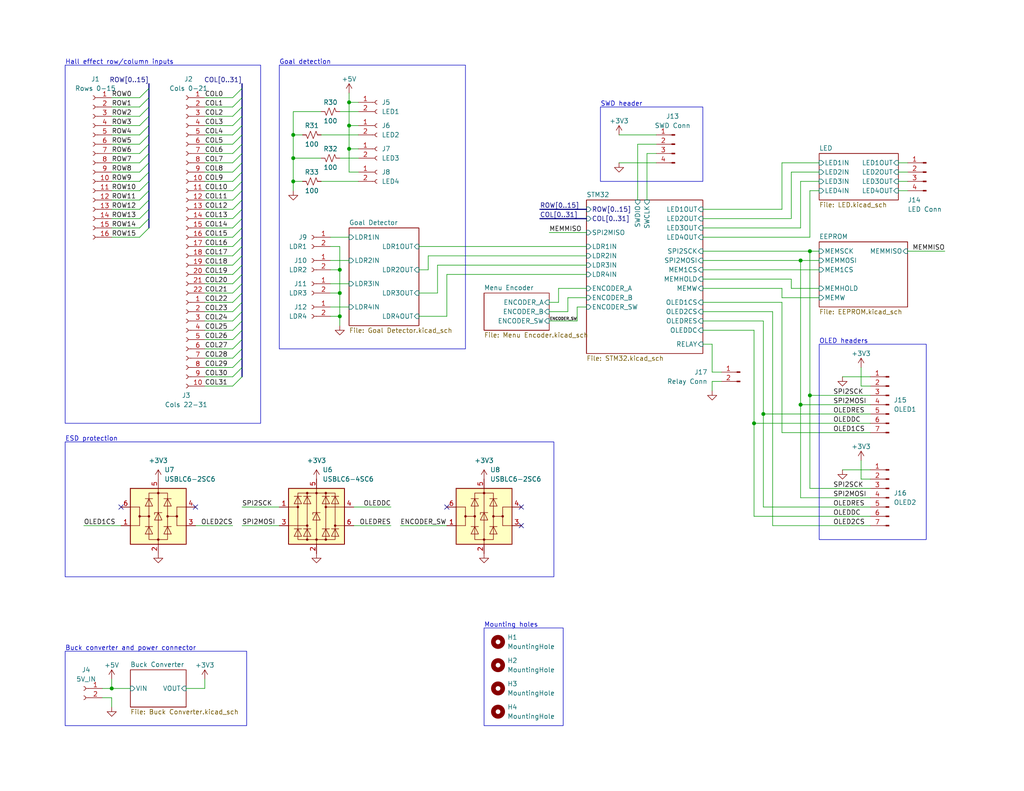
<source format=kicad_sch>
(kicad_sch (version 20230121) (generator eeschema)
  (paper "USLetter")
  (title_block (title "Smart Air Hockey Table Master PCB") (date "2023-11-06") (rev "C") (company "ECE 477"))
  (lib_symbols
    (symbol "Connector:Conn_01x02_Pin" (pin_names (offset 1.016) hide)
      (property "Reference" "J" (at 0 2.54 0))
      (property "Value" "Conn_01x02_Pin" (at 0 -5.08 0))
      (symbol "Conn_01x02_Pin_1_1"
        (pin passive line (at 5.08 0 180) (length 3.81) (name "Pin_1") (number "1"))
        (pin passive line (at 5.08 -2.54 180) (length 3.81) (name "Pin_2") (number "2"))
      )
    )
    (symbol "Connector:Conn_01x02_Socket" (pin_names (offset 1.016) hide)
      (property "Reference" "J" (at 0 2.54 0))
      (property "Value" "Conn_01x02_Socket" (at 0 -5.08 0))
      (symbol "Conn_01x02_Socket_1_1"
        (pin passive line (at -5.08 0 0) (length 3.81) (name "Pin_1") (number "1"))
        (pin passive line (at -5.08 -2.54 0) (length 3.81) (name "Pin_2") (number "2"))
      )
    )
    (symbol "Connector:Conn_01x04_Pin" (pin_names (offset 1.016) hide)
      (property "Reference" "J" (at 0 5.08 0))
      (property "Value" "Conn_01x04_Pin" (at 0 -7.62 0))
      (symbol "Conn_01x04_Pin_1_1"
        (pin passive line (at 5.08 2.54 180) (length 3.81) (name "Pin_1") (number "1"))
        (pin passive line (at 5.08 0 180) (length 3.81) (name "Pin_2") (number "2"))
        (pin passive line (at 5.08 -2.54 180) (length 3.81) (name "Pin_3") (number "3"))
        (pin passive line (at 5.08 -5.08 180) (length 3.81) (name "Pin_4") (number "4"))
      )
    )
    (symbol "Connector:Conn_01x07_Pin" (pin_names (offset 1.016) hide)
      (property "Reference" "J" (at 0 10.16 0))
      (property "Value" "Conn_01x07_Pin" (at 0 -10.16 0))
      (symbol "Conn_01x07_Pin_1_1"
        (pin passive line (at 5.08 7.62 180) (length 3.81) (name "Pin_1") (number "1"))
        (pin passive line (at 5.08 5.08 180) (length 3.81) (name "Pin_2") (number "2"))
        (pin passive line (at 5.08 2.54 180) (length 3.81) (name "Pin_3") (number "3"))
        (pin passive line (at 5.08 0 180) (length 3.81) (name "Pin_4") (number "4"))
        (pin passive line (at 5.08 -2.54 180) (length 3.81) (name "Pin_5") (number "5"))
        (pin passive line (at 5.08 -5.08 180) (length 3.81) (name "Pin_6") (number "6"))
        (pin passive line (at 5.08 -7.62 180) (length 3.81) (name "Pin_7") (number "7"))
      )
    )
    (symbol "Connector:Conn_01x10_Socket" (pin_names (offset 1.016) hide)
      (property "Reference" "J" (at 0 12.7 0))
      (property "Value" "Conn_01x10_Socket" (at 0 -15.24 0))
      (symbol "Conn_01x10_Socket_1_1"
        (pin passive line (at -5.08 10.16 0) (length 3.81) (name "Pin_1") (number "1"))
        (pin passive line (at -5.08 -12.7 0) (length 3.81) (name "Pin_10") (number "10"))
        (pin passive line (at -5.08 7.62 0) (length 3.81) (name "Pin_2") (number "2"))
        (pin passive line (at -5.08 5.08 0) (length 3.81) (name "Pin_3") (number "3"))
        (pin passive line (at -5.08 2.54 0) (length 3.81) (name "Pin_4") (number "4"))
        (pin passive line (at -5.08 0 0) (length 3.81) (name "Pin_5") (number "5"))
        (pin passive line (at -5.08 -2.54 0) (length 3.81) (name "Pin_6") (number "6"))
        (pin passive line (at -5.08 -5.08 0) (length 3.81) (name "Pin_7") (number "7"))
        (pin passive line (at -5.08 -7.62 0) (length 3.81) (name "Pin_8") (number "8"))
        (pin passive line (at -5.08 -10.16 0) (length 3.81) (name "Pin_9") (number "9"))
      )
    )
    (symbol "Connector:Conn_01x16_Socket" (pin_names (offset 1.016) hide)
      (property "Reference" "J" (at 0 20.32 0))
      (property "Value" "Conn_01x16_Socket" (at 0 -22.86 0))
      (symbol "Conn_01x16_Socket_1_1"
        (pin passive line (at -5.08 17.78 0) (length 3.81) (name "Pin_1") (number "1"))
        (pin passive line (at -5.08 -5.08 0) (length 3.81) (name "Pin_10") (number "10"))
        (pin passive line (at -5.08 -7.62 0) (length 3.81) (name "Pin_11") (number "11"))
        (pin passive line (at -5.08 -10.16 0) (length 3.81) (name "Pin_12") (number "12"))
        (pin passive line (at -5.08 -12.7 0) (length 3.81) (name "Pin_13") (number "13"))
        (pin passive line (at -5.08 -15.24 0) (length 3.81) (name "Pin_14") (number "14"))
        (pin passive line (at -5.08 -17.78 0) (length 3.81) (name "Pin_15") (number "15"))
        (pin passive line (at -5.08 -20.32 0) (length 3.81) (name "Pin_16") (number "16"))
        (pin passive line (at -5.08 15.24 0) (length 3.81) (name "Pin_2") (number "2"))
        (pin passive line (at -5.08 12.7 0) (length 3.81) (name "Pin_3") (number "3"))
        (pin passive line (at -5.08 10.16 0) (length 3.81) (name "Pin_4") (number "4"))
        (pin passive line (at -5.08 7.62 0) (length 3.81) (name "Pin_5") (number "5"))
        (pin passive line (at -5.08 5.08 0) (length 3.81) (name "Pin_6") (number "6"))
        (pin passive line (at -5.08 2.54 0) (length 3.81) (name "Pin_7") (number "7"))
        (pin passive line (at -5.08 0 0) (length 3.81) (name "Pin_8") (number "8"))
        (pin passive line (at -5.08 -2.54 0) (length 3.81) (name "Pin_9") (number "9"))
      )
    )
    (symbol "Connector:Conn_01x22_Socket" (pin_names (offset 1.016) hide)
      (property "Reference" "J" (at 0 27.94 0))
      (property "Value" "Conn_01x22_Socket" (at 0 -30.48 0))
      (symbol "Conn_01x22_Socket_1_1"
        (pin passive line (at -5.08 25.4 0) (length 3.81) (name "Pin_1") (number "1"))
        (pin passive line (at -5.08 2.54 0) (length 3.81) (name "Pin_10") (number "10"))
        (pin passive line (at -5.08 0 0) (length 3.81) (name "Pin_11") (number "11"))
        (pin passive line (at -5.08 -2.54 0) (length 3.81) (name "Pin_12") (number "12"))
        (pin passive line (at -5.08 -5.08 0) (length 3.81) (name "Pin_13") (number "13"))
        (pin passive line (at -5.08 -7.62 0) (length 3.81) (name "Pin_14") (number "14"))
        (pin passive line (at -5.08 -10.16 0) (length 3.81) (name "Pin_15") (number "15"))
        (pin passive line (at -5.08 -12.7 0) (length 3.81) (name "Pin_16") (number "16"))
        (pin passive line (at -5.08 -15.24 0) (length 3.81) (name "Pin_17") (number "17"))
        (pin passive line (at -5.08 -17.78 0) (length 3.81) (name "Pin_18") (number "18"))
        (pin passive line (at -5.08 -20.32 0) (length 3.81) (name "Pin_19") (number "19"))
        (pin passive line (at -5.08 22.86 0) (length 3.81) (name "Pin_2") (number "2"))
        (pin passive line (at -5.08 -22.86 0) (length 3.81) (name "Pin_20") (number "20"))
        (pin passive line (at -5.08 -25.4 0) (length 3.81) (name "Pin_21") (number "21"))
        (pin passive line (at -5.08 -27.94 0) (length 3.81) (name "Pin_22") (number "22"))
        (pin passive line (at -5.08 20.32 0) (length 3.81) (name "Pin_3") (number "3"))
        (pin passive line (at -5.08 17.78 0) (length 3.81) (name "Pin_4") (number "4"))
        (pin passive line (at -5.08 15.24 0) (length 3.81) (name "Pin_5") (number "5"))
        (pin passive line (at -5.08 12.7 0) (length 3.81) (name "Pin_6") (number "6"))
        (pin passive line (at -5.08 10.16 0) (length 3.81) (name "Pin_7") (number "7"))
        (pin passive line (at -5.08 7.62 0) (length 3.81) (name "Pin_8") (number "8"))
        (pin passive line (at -5.08 5.08 0) (length 3.81) (name "Pin_9") (number "9"))
      )
    )
    (symbol "Device:R_Small_US" (pin_numbers hide) (pin_names (offset 0.254) hide)
      (property "Reference" "R" (at 0.762 0.508 0))
      (property "Value" "R_Small_US" (at 0.762 -1.016 0))
      (symbol "R_Small_US_1_1"
        (pin passive line (at 0 2.54 270) (length 1.016) (name "~") (number "1"))
        (pin passive line (at 0 -2.54 90) (length 1.016) (name "~") (number "2"))
      )
    )
    (symbol "Mechanical:MountingHole" (pin_names (offset 1.016))
      (property "Reference" "H" (at 0 5.08 0))
      (property "Value" "MountingHole" (at 0 3.175 0))
    )
    (symbol "Power_Protection:USBLC6-2SC6" (pin_names hide)
      (property "Reference" "U" (at 2.54 8.89 0))
      (property "Value" "USBLC6-2SC6" (at 2.54 -8.89 0))
      (symbol "USBLC6-2SC6_1_1"
        (pin passive line (at -10.16 -2.54 0) (length 2.54) (name "I/O1") (number "1"))
        (pin passive line (at 0 -10.16 90) (length 2.54) (name "GND") (number "2"))
        (pin passive line (at 10.16 -2.54 180) (length 2.54) (name "I/O2") (number "3"))
        (pin passive line (at 10.16 2.54 180) (length 2.54) (name "I/O2") (number "4"))
        (pin passive line (at 0 10.16 270) (length 2.54) (name "VBUS") (number "5"))
        (pin passive line (at -10.16 2.54 0) (length 2.54) (name "I/O1") (number "6"))
      )
    )
    (symbol "Power_Protection:USBLC6-4SC6" (pin_names hide)
      (property "Reference" "U" (at 2.54 8.89 0))
      (property "Value" "USBLC6-4SC6" (at 2.54 -8.89 0))
      (symbol "USBLC6-4SC6_1_1"
        (pin passive line (at -10.16 2.54 0) (length 2.54) (name "I/O1") (number "1"))
        (pin passive line (at 0 -10.16 90) (length 2.54) (name "GND") (number "2"))
        (pin passive line (at -10.16 -2.54 0) (length 2.54) (name "I/O2") (number "3"))
        (pin passive line (at 10.16 2.54 180) (length 2.54) (name "I/O3") (number "4"))
        (pin passive line (at 0 10.16 270) (length 2.54) (name "VBUS") (number "5"))
        (pin passive line (at 10.16 -2.54 180) (length 2.54) (name "I/O4") (number "6"))
      )
    )
    (symbol "power:+3V3" (power) (pin_names (offset 0))
      (property "Value" "+3V3" (at 0 3.556 0))
      (symbol "+3V3_1_1"
        (pin power_in line (at 0 0 90) (length 0) hide (name "+3V3") (number "1"))
      )
    )
    (symbol "power:+5V" (power) (pin_names (offset 0))
      (property "Value" "+5V" (at 0 3.556 0))
      (symbol "+5V_1_1"
        (pin power_in line (at 0 0 90) (length 0) hide (name "+5V") (number "1"))
      )
    )
    (symbol "power:GND" (power) (pin_names (offset 0))
      (property "Value" "GND" (at 0 -3.81 0))
      (symbol "GND_1_1"
        (pin power_in line (at 0 0 270) (length 0) hide (name "GND") (number "1"))
      )
    )
  )
  (junction (at 208.28 113.03))
  (junction (at 92.71 73.66))
  (junction (at 80.01 36.83))
  (junction (at 218.44 71.12))
  (junction (at 95.25 40.64))
  (junction (at 92.71 86.36))
  (junction (at 220.98 68.58))
  (junction (at 95.25 27.94))
  (junction (at 80.01 49.53))
  (junction (at 80.01 43.18))
  (junction (at 92.71 80.01))
  (junction (at 218.44 110.49))
  (junction (at 220.98 107.95))
  (junction (at 95.25 34.29))
  (junction (at 30.48 187.96))
  (junction (at 205.74 115.57))
  (no_connect (at 121.92 138.43))
  (no_connect (at 53.34 138.43))
  (no_connect (at 142.24 143.51))
  (no_connect (at 33.02 138.43))
  (no_connect (at 142.24 138.43))
  (bus_entry (at 66.04 77.47) (size -2.54 2.54))
  (bus_entry (at 66.04 82.55) (size -2.54 2.54))
  (bus_entry (at 66.04 69.85) (size -2.54 2.54))
  (bus_entry (at 66.04 31.75) (size -2.54 2.54))
  (bus_entry (at 66.04 62.23) (size -2.54 2.54))
  (bus_entry (at 40.64 24.13) (size -2.54 2.54))
  (bus_entry (at 66.04 41.91) (size -2.54 2.54))
  (bus_entry (at 40.64 52.07) (size -2.54 2.54))
  (bus_entry (at 40.64 39.37) (size -2.54 2.54))
  (bus_entry (at 40.64 29.21) (size -2.54 2.54))
  (bus_entry (at 40.64 36.83) (size -2.54 2.54))
  (bus_entry (at 66.04 49.53) (size -2.54 2.54))
  (bus_entry (at 66.04 36.83) (size -2.54 2.54))
  (bus_entry (at 40.64 62.23) (size -2.54 2.54))
  (bus_entry (at 66.04 39.37) (size -2.54 2.54))
  (bus_entry (at 40.64 59.69) (size -2.54 2.54))
  (bus_entry (at 66.04 64.77) (size -2.54 2.54))
  (bus_entry (at 66.04 46.99) (size -2.54 2.54))
  (bus_entry (at 40.64 54.61) (size -2.54 2.54))
  (bus_entry (at 66.04 24.13) (size -2.54 2.54))
  (bus_entry (at 66.04 102.87) (size -2.54 2.54))
  (bus_entry (at 66.04 29.21) (size -2.54 2.54))
  (bus_entry (at 40.64 26.67) (size -2.54 2.54))
  (bus_entry (at 66.04 72.39) (size -2.54 2.54))
  (bus_entry (at 66.04 67.31) (size -2.54 2.54))
  (bus_entry (at 66.04 59.69) (size -2.54 2.54))
  (bus_entry (at 66.04 90.17) (size -2.54 2.54))
  (bus_entry (at 66.04 34.29) (size -2.54 2.54))
  (bus_entry (at 66.04 92.71) (size -2.54 2.54))
  (bus_entry (at 66.04 26.67) (size -2.54 2.54))
  (bus_entry (at 66.04 54.61) (size -2.54 2.54))
  (bus_entry (at 66.04 57.15) (size -2.54 2.54))
  (bus_entry (at 40.64 44.45) (size -2.54 2.54))
  (bus_entry (at 40.64 57.15) (size -2.54 2.54))
  (bus_entry (at 66.04 44.45) (size -2.54 2.54))
  (bus_entry (at 66.04 85.09) (size -2.54 2.54))
  (bus_entry (at 40.64 31.75) (size -2.54 2.54))
  (bus_entry (at 40.64 41.91) (size -2.54 2.54))
  (bus_entry (at 66.04 97.79) (size -2.54 2.54))
  (bus_entry (at 66.04 100.33) (size -2.54 2.54))
  (bus_entry (at 40.64 49.53) (size -2.54 2.54))
  (bus_entry (at 40.64 46.99) (size -2.54 2.54))
  (bus_entry (at 66.04 87.63) (size -2.54 2.54))
  (bus_entry (at 40.64 34.29) (size -2.54 2.54))
  (bus_entry (at 66.04 80.01) (size -2.54 2.54))
  (bus_entry (at 66.04 52.07) (size -2.54 2.54))
  (bus_entry (at 66.04 74.93) (size -2.54 2.54))
  (bus_entry (at 66.04 95.25) (size -2.54 2.54))
  (bus (pts (xy 66.04 24.13) (xy 66.04 26.67)))
  (wire (pts (xy 223.52 81.28) (xy 213.36 81.28)))
  (wire (pts (xy 149.86 82.55) (xy 152.4 82.55)))
  (bus (pts (xy 40.64 46.99) (xy 40.64 49.53)))
  (wire (pts (xy 218.44 135.89) (xy 218.44 110.49)))
  (bus (pts (xy 40.64 39.37) (xy 40.64 41.91)))
  (bus (pts (xy 66.04 54.61) (xy 66.04 57.15)))
  (wire (pts (xy 208.28 113.03) (xy 237.49 113.03)))
  (wire (pts (xy 55.88 87.63) (xy 63.5 87.63)))
  (wire (pts (xy 114.3 67.31) (xy 160.02 67.31)))
  (wire (pts (xy 55.88 85.09) (xy 63.5 85.09)))
  (wire (pts (xy 66.04 143.51) (xy 76.2 143.51)))
  (bus (pts (xy 66.04 97.79) (xy 66.04 100.33)))
  (wire (pts (xy 173.99 39.37) (xy 173.99 54.61)))
  (wire (pts (xy 55.88 185.42) (xy 55.88 187.96)))
  (wire (pts (xy 218.44 135.89) (xy 237.49 135.89)))
  (wire (pts (xy 247.65 68.58) (xy 257.81 68.58)))
  (wire (pts (xy 55.88 74.93) (xy 63.5 74.93)))
  (wire (pts (xy 30.48 187.96) (xy 35.56 187.96)))
  (wire (pts (xy 208.28 138.43) (xy 237.49 138.43)))
  (wire (pts (xy 87.63 43.18) (xy 80.01 43.18)))
  (wire (pts (xy 218.44 62.23) (xy 218.44 49.53)))
  (wire (pts (xy 234.95 100.33) (xy 234.95 105.41)))
  (wire (pts (xy 191.77 71.12) (xy 218.44 71.12)))
  (wire (pts (xy 149.86 87.63) (xy 157.48 87.63)))
  (wire (pts (xy 55.88 80.01) (xy 63.5 80.01)))
  (wire (pts (xy 176.53 41.91) (xy 176.53 54.61)))
  (bus (pts (xy 40.64 34.29) (xy 40.64 36.83)))
  (wire (pts (xy 80.01 43.18) (xy 80.01 36.83)))
  (wire (pts (xy 30.48 54.61) (xy 38.1 54.61)))
  (bus (pts (xy 40.64 52.07) (xy 40.64 54.61)))
  (wire (pts (xy 116.84 73.66) (xy 116.84 69.85)))
  (bus (pts (xy 40.64 29.21) (xy 40.64 31.75)))
  (wire (pts (xy 154.94 85.09) (xy 154.94 81.28)))
  (wire (pts (xy 90.17 77.47) (xy 95.25 77.47)))
  (bus (pts (xy 66.04 44.45) (xy 66.04 46.99)))
  (wire (pts (xy 95.25 40.64) (xy 97.79 40.64)))
  (bus (pts (xy 66.04 95.25) (xy 66.04 97.79)))
  (wire (pts (xy 97.79 36.83) (xy 87.63 36.83)))
  (wire (pts (xy 213.36 82.55) (xy 213.36 118.11)))
  (wire (pts (xy 50.8 187.96) (xy 55.88 187.96)))
  (bus (pts (xy 147.32 59.69) (xy 160.02 59.69)))
  (wire (pts (xy 229.87 128.27) (xy 237.49 128.27)))
  (wire (pts (xy 55.88 57.15) (xy 63.5 57.15)))
  (bus (pts (xy 66.04 49.53) (xy 66.04 52.07)))
  (bus (pts (xy 66.04 29.21) (xy 66.04 31.75)))
  (wire (pts (xy 55.88 82.55) (xy 63.5 82.55)))
  (wire (pts (xy 55.88 105.41) (xy 63.5 105.41)))
  (wire (pts (xy 149.86 85.09) (xy 154.94 85.09)))
  (wire (pts (xy 220.98 68.58) (xy 223.52 68.58)))
  (wire (pts (xy 90.17 64.77) (xy 95.25 64.77)))
  (wire (pts (xy 234.95 130.81) (xy 237.49 130.81)))
  (wire (pts (xy 194.31 106.68) (xy 194.31 104.14)))
  (bus (pts (xy 66.04 31.75) (xy 66.04 34.29)))
  (wire (pts (xy 80.01 49.53) (xy 80.01 43.18)))
  (wire (pts (xy 119.38 72.39) (xy 160.02 72.39)))
  (wire (pts (xy 210.82 85.09) (xy 210.82 143.51)))
  (bus (pts (xy 66.04 34.29) (xy 66.04 36.83)))
  (wire (pts (xy 30.48 49.53) (xy 38.1 49.53)))
  (bus (pts (xy 66.04 74.93) (xy 66.04 77.47)))
  (wire (pts (xy 55.88 77.47) (xy 63.5 77.47)))
  (wire (pts (xy 213.36 81.28) (xy 213.36 78.74)))
  (wire (pts (xy 215.9 59.69) (xy 215.9 46.99)))
  (wire (pts (xy 220.98 68.58) (xy 220.98 107.95)))
  (wire (pts (xy 205.74 115.57) (xy 205.74 140.97)))
  (wire (pts (xy 95.25 25.4) (xy 95.25 27.94)))
  (wire (pts (xy 208.28 87.63) (xy 208.28 113.03)))
  (wire (pts (xy 55.88 100.33) (xy 63.5 100.33)))
  (wire (pts (xy 30.48 31.75) (xy 38.1 31.75)))
  (wire (pts (xy 116.84 69.85) (xy 160.02 69.85)))
  (wire (pts (xy 114.3 80.01) (xy 119.38 80.01)))
  (bus (pts (xy 40.64 41.91) (xy 40.64 44.45)))
  (wire (pts (xy 218.44 110.49) (xy 237.49 110.49)))
  (wire (pts (xy 30.48 193.04) (xy 30.48 190.5)))
  (bus (pts (xy 40.64 26.67) (xy 40.64 29.21)))
  (wire (pts (xy 220.98 107.95) (xy 237.49 107.95)))
  (wire (pts (xy 55.88 97.79) (xy 63.5 97.79)))
  (wire (pts (xy 55.88 44.45) (xy 63.5 44.45)))
  (bus (pts (xy 40.64 24.13) (xy 40.64 26.67)))
  (wire (pts (xy 114.3 86.36) (xy 121.92 86.36)))
  (wire (pts (xy 179.07 44.45) (xy 168.91 44.45)))
  (wire (pts (xy 194.31 93.98) (xy 194.31 101.6)))
  (wire (pts (xy 208.28 113.03) (xy 208.28 138.43)))
  (wire (pts (xy 234.95 105.41) (xy 237.49 105.41)))
  (wire (pts (xy 30.48 26.67) (xy 38.1 26.67)))
  (wire (pts (xy 30.48 57.15) (xy 38.1 57.15)))
  (wire (pts (xy 30.48 36.83) (xy 38.1 36.83)))
  (wire (pts (xy 95.25 34.29) (xy 97.79 34.29)))
  (wire (pts (xy 55.88 41.91) (xy 63.5 41.91)))
  (wire (pts (xy 97.79 49.53) (xy 87.63 49.53)))
  (wire (pts (xy 92.71 67.31) (xy 92.71 73.66)))
  (wire (pts (xy 30.48 62.23) (xy 38.1 62.23)))
  (wire (pts (xy 179.07 39.37) (xy 173.99 39.37)))
  (wire (pts (xy 97.79 43.18) (xy 92.71 43.18)))
  (wire (pts (xy 30.48 190.5) (xy 27.94 190.5)))
  (wire (pts (xy 55.88 36.83) (xy 63.5 36.83)))
  (wire (pts (xy 55.88 59.69) (xy 63.5 59.69)))
  (wire (pts (xy 80.01 36.83) (xy 82.55 36.83)))
  (bus (pts (xy 66.04 52.07) (xy 66.04 54.61)))
  (bus (pts (xy 66.04 57.15) (xy 66.04 59.69)))
  (wire (pts (xy 30.48 44.45) (xy 38.1 44.45)))
  (wire (pts (xy 191.77 68.58) (xy 220.98 68.58)))
  (wire (pts (xy 245.11 46.99) (xy 247.65 46.99)))
  (bus (pts (xy 147.32 57.15) (xy 160.02 57.15)))
  (wire (pts (xy 215.9 46.99) (xy 223.52 46.99)))
  (bus (pts (xy 66.04 41.91) (xy 66.04 44.45)))
  (wire (pts (xy 119.38 80.01) (xy 119.38 72.39)))
  (wire (pts (xy 30.48 64.77) (xy 38.1 64.77)))
  (wire (pts (xy 191.77 73.66) (xy 223.52 73.66)))
  (wire (pts (xy 191.77 76.2) (xy 215.9 76.2)))
  (bus (pts (xy 40.64 49.53) (xy 40.64 52.07)))
  (wire (pts (xy 95.25 27.94) (xy 97.79 27.94)))
  (bus (pts (xy 66.04 85.09) (xy 66.04 87.63)))
  (wire (pts (xy 152.4 82.55) (xy 152.4 78.74)))
  (wire (pts (xy 95.25 46.99) (xy 97.79 46.99)))
  (wire (pts (xy 157.48 87.63) (xy 157.48 83.82)))
  (wire (pts (xy 55.88 72.39) (xy 63.5 72.39)))
  (wire (pts (xy 55.88 62.23) (xy 63.5 62.23)))
  (wire (pts (xy 55.88 69.85) (xy 63.5 69.85)))
  (wire (pts (xy 30.48 34.29) (xy 38.1 34.29)))
  (bus (pts (xy 66.04 69.85) (xy 66.04 72.39)))
  (wire (pts (xy 90.17 83.82) (xy 95.25 83.82)))
  (wire (pts (xy 80.01 52.07) (xy 80.01 49.53)))
  (bus (pts (xy 66.04 92.71) (xy 66.04 95.25)))
  (wire (pts (xy 220.98 52.07) (xy 223.52 52.07)))
  (bus (pts (xy 40.64 54.61) (xy 40.64 57.15)))
  (bus (pts (xy 40.64 59.69) (xy 40.64 62.23)))
  (wire (pts (xy 191.77 57.15) (xy 213.36 57.15)))
  (bus (pts (xy 66.04 87.63) (xy 66.04 90.17)))
  (wire (pts (xy 55.88 67.31) (xy 63.5 67.31)))
  (wire (pts (xy 30.48 59.69) (xy 38.1 59.69)))
  (wire (pts (xy 213.36 44.45) (xy 223.52 44.45)))
  (wire (pts (xy 191.77 87.63) (xy 208.28 87.63)))
  (wire (pts (xy 149.86 63.5) (xy 160.02 63.5)))
  (wire (pts (xy 92.71 80.01) (xy 92.71 73.66)))
  (wire (pts (xy 95.25 40.64) (xy 95.25 46.99)))
  (wire (pts (xy 245.11 52.07) (xy 247.65 52.07)))
  (wire (pts (xy 218.44 71.12) (xy 218.44 110.49)))
  (wire (pts (xy 215.9 78.74) (xy 215.9 76.2)))
  (bus (pts (xy 66.04 100.33) (xy 66.04 102.87)))
  (wire (pts (xy 191.77 64.77) (xy 220.98 64.77)))
  (wire (pts (xy 30.48 39.37) (xy 38.1 39.37)))
  (wire (pts (xy 55.88 54.61) (xy 63.5 54.61)))
  (wire (pts (xy 96.52 143.51) (xy 106.68 143.51)))
  (wire (pts (xy 229.87 102.87) (xy 237.49 102.87)))
  (wire (pts (xy 90.17 67.31) (xy 92.71 67.31)))
  (wire (pts (xy 218.44 49.53) (xy 223.52 49.53)))
  (bus (pts (xy 66.04 77.47) (xy 66.04 80.01)))
  (wire (pts (xy 245.11 44.45) (xy 247.65 44.45)))
  (wire (pts (xy 55.88 52.07) (xy 63.5 52.07)))
  (wire (pts (xy 205.74 115.57) (xy 237.49 115.57)))
  (wire (pts (xy 22.86 143.51) (xy 33.02 143.51)))
  (wire (pts (xy 121.92 86.36) (xy 121.92 74.93)))
  (wire (pts (xy 80.01 36.83) (xy 80.01 30.48)))
  (bus (pts (xy 66.04 80.01) (xy 66.04 82.55)))
  (wire (pts (xy 55.88 64.77) (xy 63.5 64.77)))
  (wire (pts (xy 82.55 49.53) (xy 80.01 49.53)))
  (bus (pts (xy 66.04 64.77) (xy 66.04 67.31)))
  (wire (pts (xy 55.88 29.21) (xy 63.5 29.21)))
  (wire (pts (xy 218.44 71.12) (xy 223.52 71.12)))
  (wire (pts (xy 191.77 59.69) (xy 215.9 59.69)))
  (wire (pts (xy 191.77 82.55) (xy 213.36 82.55)))
  (bus (pts (xy 66.04 46.99) (xy 66.04 49.53)))
  (wire (pts (xy 154.94 81.28) (xy 160.02 81.28)))
  (wire (pts (xy 234.95 125.73) (xy 234.95 130.81)))
  (wire (pts (xy 55.88 26.67) (xy 63.5 26.67)))
  (wire (pts (xy 53.34 143.51) (xy 63.5 143.51)))
  (wire (pts (xy 191.77 93.98) (xy 194.31 93.98)))
  (wire (pts (xy 179.07 41.91) (xy 176.53 41.91)))
  (wire (pts (xy 95.25 27.94) (xy 95.25 34.29)))
  (wire (pts (xy 223.52 78.74) (xy 215.9 78.74)))
  (wire (pts (xy 157.48 83.82) (xy 160.02 83.82)))
  (wire (pts (xy 213.36 118.11) (xy 237.49 118.11)))
  (wire (pts (xy 245.11 49.53) (xy 247.65 49.53)))
  (wire (pts (xy 92.71 86.36) (xy 90.17 86.36)))
  (wire (pts (xy 55.88 90.17) (xy 63.5 90.17)))
  (wire (pts (xy 92.71 86.36) (xy 92.71 80.01)))
  (wire (pts (xy 205.74 140.97) (xy 237.49 140.97)))
  (wire (pts (xy 55.88 39.37) (xy 63.5 39.37)))
  (bus (pts (xy 66.04 72.39) (xy 66.04 74.93)))
  (bus (pts (xy 66.04 36.83) (xy 66.04 39.37)))
  (wire (pts (xy 55.88 92.71) (xy 63.5 92.71)))
  (wire (pts (xy 55.88 102.87) (xy 63.5 102.87)))
  (bus (pts (xy 40.64 44.45) (xy 40.64 46.99)))
  (bus (pts (xy 66.04 82.55) (xy 66.04 85.09)))
  (wire (pts (xy 55.88 49.53) (xy 63.5 49.53)))
  (wire (pts (xy 30.48 52.07) (xy 38.1 52.07)))
  (bus (pts (xy 66.04 67.31) (xy 66.04 69.85)))
  (bus (pts (xy 66.04 90.17) (xy 66.04 92.71)))
  (wire (pts (xy 66.04 138.43) (xy 76.2 138.43)))
  (wire (pts (xy 220.98 107.95) (xy 220.98 133.35)))
  (wire (pts (xy 92.71 88.9) (xy 92.71 86.36)))
  (wire (pts (xy 194.31 104.14) (xy 196.85 104.14)))
  (wire (pts (xy 213.36 57.15) (xy 213.36 44.45)))
  (bus (pts (xy 40.64 36.83) (xy 40.64 39.37)))
  (bus (pts (xy 66.04 22.86) (xy 66.04 24.13)))
  (wire (pts (xy 194.31 101.6) (xy 196.85 101.6)))
  (wire (pts (xy 30.48 29.21) (xy 38.1 29.21)))
  (wire (pts (xy 97.79 30.48) (xy 92.71 30.48)))
  (wire (pts (xy 96.52 138.43) (xy 106.68 138.43)))
  (bus (pts (xy 66.04 26.67) (xy 66.04 29.21)))
  (wire (pts (xy 55.88 46.99) (xy 63.5 46.99)))
  (wire (pts (xy 55.88 34.29) (xy 63.5 34.29)))
  (wire (pts (xy 191.77 78.74) (xy 213.36 78.74)))
  (bus (pts (xy 40.64 22.86) (xy 40.64 24.13)))
  (wire (pts (xy 179.07 36.83) (xy 168.91 36.83)))
  (bus (pts (xy 66.04 62.23) (xy 66.04 64.77)))
  (wire (pts (xy 55.88 95.25) (xy 63.5 95.25)))
  (wire (pts (xy 191.77 85.09) (xy 210.82 85.09)))
  (wire (pts (xy 109.22 143.51) (xy 121.92 143.51)))
  (wire (pts (xy 95.25 34.29) (xy 95.25 40.64)))
  (bus (pts (xy 40.64 57.15) (xy 40.64 59.69)))
  (wire (pts (xy 191.77 90.17) (xy 205.74 90.17)))
  (wire (pts (xy 152.4 78.74) (xy 160.02 78.74)))
  (wire (pts (xy 205.74 90.17) (xy 205.74 115.57)))
  (bus (pts (xy 40.64 31.75) (xy 40.64 34.29)))
  (wire (pts (xy 191.77 62.23) (xy 218.44 62.23)))
  (wire (pts (xy 30.48 46.99) (xy 38.1 46.99)))
  (wire (pts (xy 30.48 185.42) (xy 30.48 187.96)))
  (wire (pts (xy 90.17 71.12) (xy 95.25 71.12)))
  (wire (pts (xy 27.94 187.96) (xy 30.48 187.96)))
  (wire (pts (xy 55.88 31.75) (xy 63.5 31.75)))
  (wire (pts (xy 210.82 143.51) (xy 237.49 143.51)))
  (bus (pts (xy 66.04 39.37) (xy 66.04 41.91)))
  (wire (pts (xy 220.98 52.07) (xy 220.98 64.77)))
  (wire (pts (xy 121.92 74.93) (xy 160.02 74.93)))
  (wire (pts (xy 30.48 41.91) (xy 38.1 41.91)))
  (wire (pts (xy 80.01 30.48) (xy 87.63 30.48)))
  (wire (pts (xy 220.98 133.35) (xy 237.49 133.35)))
  (wire (pts (xy 92.71 73.66) (xy 90.17 73.66)))
  (bus (pts (xy 66.04 59.69) (xy 66.04 62.23)))
  (wire (pts (xy 92.71 80.01) (xy 90.17 80.01)))
  (wire (pts (xy 114.3 73.66) (xy 116.84 73.66)))
  (rectangle (start 17.78 17.78) (end 71.12 115.57))
  (rectangle (start 17.78 120.65) (end 151.13 157.48))
  (rectangle (start 17.78 177.8) (end 67.31 198.12))
  (rectangle (start 132.08 171.45) (end 153.67 198.12))
  (rectangle (start 223.52 93.98) (end 252.73 147.32))
  (rectangle (start 76.2 17.78) (end 127 95.25))
  (rectangle (start 163.83 29.21) (end 191.77 49.53))
  (text "Mounting holes" (at 132.08 171.45 0) (effects (font (size 1.27 1.27)) (justify left bottom)))
  (text "Hall effect row/column inputs" (at 17.78 17.78 0) (effects (font (size 1.27 1.27)) (justify left bottom)))
  (text "SWD header" (at 163.83 29.21 0) (effects (font (size 1.27 1.27)) (justify left bottom)))
  (text "ESD protection" (at 17.78 120.65 0) (effects (font (size 1.27 1.27)) (justify left bottom)))
  (text "OLED headers" (at 223.52 93.98 0) (effects (font (size 1.27 1.27)) (justify left bottom)))
  (text "Buck converter and power connector" (at 17.78 177.8 0) (effects (font (size 1.27 1.27)) (justify left bottom)))
  (text "Goal detection" (at 76.2 17.78 0) (effects (font (size 1.27 1.27)) (justify left bottom)))
  (label "SPI2SCK" (at 227.33 133.35 0))
  (label "COL24" (at 55.88 87.63 0))
  (label "COL31" (at 55.88 105.41 0))
  (label "ROW0" (at 30.48 26.67 0))
  (label "OLEDRES" (at 227.33 113.03 0))
  (label "OLEDRES" (at 106.68 143.51 180))
  (label "COL5" (at 55.88 39.37 0))
  (label "ROW8" (at 30.48 46.99 0))
  (label "OLED1CS" (at 22.86 143.51 0))
  (label "ROW6" (at 30.48 41.91 0))
  (label "COL9" (at 55.88 49.53 0))
  (label "OLED2CS" (at 227.33 143.51 0))
  (label "OLEDRES" (at 227.33 138.43 0))
  (label "ROW4" (at 30.48 36.83 0))
  (label "COL15" (at 55.88 64.77 0))
  (label "OLED1CS" (at 227.33 118.11 0))
  (label "COL29" (at 55.88 100.33 0))
  (label "COL10" (at 55.88 52.07 0))
  (label "COL7" (at 55.88 44.45 0))
  (label "COL11" (at 55.88 54.61 0))
  (label "ROW2" (at 30.48 31.75 0))
  (label "COL18" (at 55.88 72.39 0))
  (label "OLEDDC" (at 227.33 140.97 0))
  (label "COL14" (at 55.88 62.23 0))
  (label "COL1" (at 55.88 29.21 0))
  (label "COL19" (at 55.88 74.93 0))
  (label "COL27" (at 55.88 95.25 0))
  (label "COL28" (at 55.88 97.79 0))
  (label "SPI2MOSI" (at 227.33 135.89 0))
  (label "MEMMISO" (at 257.81 68.58 180))
  (label "OLEDDC" (at 106.68 138.43 180))
  (label "SPI2SCK" (at 227.33 107.95 0))
  (label "COL4" (at 55.88 36.83 0))
  (label "COL6" (at 55.88 41.91 0))
  (label "ROW11" (at 30.48 54.61 0))
  (label "COL2" (at 55.88 31.75 0))
  (label "SPI2SCK" (at 66.04 138.43 0))
  (label "COL12" (at 55.88 57.15 0))
  (label "COL23" (at 55.88 85.09 0))
  (label "ROW5" (at 30.48 39.37 0))
  (label "COL13" (at 55.88 59.69 0))
  (label "COL17" (at 55.88 69.85 0))
  (label "ROW15" (at 30.48 64.77 0))
  (label "ROW[0..15]" (at 147.32 57.15 0))
  (label "ENCODER_SW" (at 157.48 87.63 180) (effects (font (size 0.75 0.75))))
  (label "OLEDDC" (at 227.33 115.57 0))
  (label "COL0" (at 55.88 26.67 0))
  (label "COL30" (at 55.88 102.87 0))
  (label "COL22" (at 55.88 82.55 0))
  (label "ROW10" (at 30.48 52.07 0))
  (label "COL25" (at 55.88 90.17 0))
  (label "COL20" (at 55.88 77.47 0))
  (label "SPI2MOSI" (at 227.33 110.49 0))
  (label "COL16" (at 55.88 67.31 0))
  (label "COL3" (at 55.88 34.29 0))
  (label "COL8" (at 55.88 46.99 0))
  (label "ROW13" (at 30.48 59.69 0))
  (label "MEMMISO" (at 149.86 63.5 0))
  (label "SPI2MOSI" (at 66.04 143.51 0))
  (label "ROW14" (at 30.48 62.23 0))
  (label "ROW12" (at 30.48 57.15 0))
  (label "ENCODER_SW" (at 109.22 143.51 0))
  (label "COL26" (at 55.88 92.71 0))
  (label "ROW9" (at 30.48 49.53 0))
  (label "COL21" (at 55.88 80.01 0))
  (label "ROW1" (at 30.48 29.21 0))
  (label "COL[0..31]" (at 147.32 59.69 0))
  (label "OLED2CS" (at 63.5 143.51 180))
  (label "ROW7" (at 30.48 44.45 0))
  (label "COL[0..31]" (at 66.04 22.86 180))
  (label "ROW3" (at 30.48 34.29 0))
  (label "ROW[0..15]" (at 40.64 22.86 180))
  (symbol (lib_id "power:GND") (at 80.01 52.07 0) (mirror y) (unit 1)
    (property "Reference" "#PWR067" (effects hide))
    (property "Value" "GND" (effects hide))
  )
  (symbol (lib_id "power:+3V3") (at 234.95 100.33 0) (unit 1)
    (property "Reference" "#PWR027" (effects hide))
    (property "Value" "+3V3" (at 234.95 96.52 0))
  )
  (symbol (lib_id "Connector:Conn_01x04_Pin") (at 252.73 46.99 0) (mirror y) (unit 1)
    (property "Reference" "J14" (at 247.65 54.61 0) (effects (justify right)))
    (property "Value" "LED Conn" (at 247.65 57.15 0) (effects (justify right)))
    (property "Footprint" "Connector_PinHeader_2.54mm:PinHeader_1x04_P2.54mm_Vertical" (effects hide))
  )
  (symbol (lib_id "Mechanical:MountingHole") (at 135.89 187.96 0) (unit 1)
    (property "Reference" "H3" (at 138.43 186.69 0) (effects (justify left)))
    (property "Value" "MountingHole" (at 138.43 189.23 0) (effects (justify left)))
    (property "Footprint" "MountingHole:MountingHole_3.2mm_M3" (effects hide))
  )
  (symbol (lib_id "Connector:Conn_01x02_Socket") (at 85.09 83.82 0) (mirror y) (unit 1)
    (property "Reference" "J12" (at 83.82 83.82 0) (effects (justify left)))
    (property "Value" "LDR4" (at 83.82 86.36 0) (effects (justify left)))
    (property "Footprint" "Connector_JST:JST_PH_B2B-PH-K_1x02_P2.00mm_Vertical" (effects hide))
  )
  (symbol (lib_id "Connector:Conn_01x02_Socket") (at 102.87 40.64 0) (unit 1)
    (property "Reference" "J7" (at 104.14 40.64 0) (effects (justify left)))
    (property "Value" "LED3" (at 104.14 43.18 0) (effects (justify left)))
    (property "Footprint" "Connector_JST:JST_PH_B2B-PH-K_1x02_P2.00mm_Vertical" (effects hide))
  )
  (symbol (lib_id "Power_Protection:USBLC6-4SC6") (at 86.36 140.97 0) (unit 1)
    (property "Reference" "U6" (at 88.0111 128.27 0) (effects (justify left)))
    (property "Value" "USBLC6-4SC6" (at 88.0111 130.81 0) (effects (justify left)))
    (property "Footprint" "Package_TO_SOT_SMD:SOT-23-6" (effects hide))
    (property "Datasheet" "https://www.st.com/resource/en/datasheet/usblc6-4.pdf" (effects hide))
  )
  (symbol (lib_id "power:+3V3") (at 234.95 125.73 0) (unit 1)
    (property "Reference" "#PWR029" (effects hide))
    (property "Value" "+3V3" (at 234.95 121.92 0))
  )
  (symbol (lib_id "Device:R_Small_US") (at 85.09 49.53 270) (mirror x) (unit 1)
    (property "Reference" "R33" (at 85.09 46.99 90))
    (property "Value" "100" (at 85.09 52.07 90))
    (property "Footprint" "Resistor_SMD:R_0805_2012Metric_Pad1.20x1.40mm_HandSolder" (effects hide))
  )
  (symbol (lib_id "Mechanical:MountingHole") (at 135.89 175.26 0) (unit 1)
    (property "Reference" "H1" (at 138.43 173.99 0) (effects (justify left)))
    (property "Value" "MountingHole" (at 138.43 176.53 0) (effects (justify left)))
    (property "Footprint" "MountingHole:MountingHole_3.2mm_M3" (effects hide))
  )
  (symbol (lib_id "power:+3V3") (at 132.08 130.81 0) (unit 1)
    (property "Reference" "#PWR084" (effects hide))
    (property "Value" "+3V3" (at 132.08 125.73 0))
  )
  (symbol (lib_id "Connector:Conn_01x02_Socket") (at 85.09 71.12 0) (mirror y) (unit 1)
    (property "Reference" "J10" (at 83.82 71.12 0) (effects (justify left)))
    (property "Value" "LDR2" (at 83.82 73.66 0) (effects (justify left)))
    (property "Footprint" "Connector_JST:JST_PH_B2B-PH-K_1x02_P2.00mm_Vertical" (effects hide))
  )
  (symbol (lib_id "Connector:Conn_01x02_Socket") (at 102.87 27.94 0) (unit 1)
    (property "Reference" "J5" (at 104.14 27.94 0) (effects (justify left)))
    (property "Value" "LED1" (at 104.14 30.48 0) (effects (justify left)))
    (property "Footprint" "Connector_JST:JST_PH_B2B-PH-K_1x02_P2.00mm_Vertical" (effects hide))
  )
  (symbol (lib_id "Connector:Conn_01x02_Socket") (at 22.86 187.96 0) (mirror y) (unit 1)
    (property "Reference" "J4" (at 23.495 182.88 0))
    (property "Value" "5V_IN" (at 23.495 185.42 0))
    (property "Footprint" "Connector_JST:JST_PH_B2B-PH-K_1x02_P2.00mm_Vertical" (effects hide))
  )
  (symbol (lib_id "power:+5V") (at 30.48 185.42 0) (unit 1)
    (property "Reference" "#PWR024" (effects hide))
    (property "Value" "+5V" (at 30.48 181.61 0))
  )
  (symbol (lib_id "Power_Protection:USBLC6-2SC6") (at 132.08 140.97 0) (unit 1)
    (property "Reference" "U8" (at 133.7311 128.27 0) (effects (justify left)))
    (property "Value" "USBLC6-2SC6" (at 133.7311 130.81 0) (effects (justify left)))
    (property "Footprint" "Package_TO_SOT_SMD:SOT-23-6" (effects hide))
    (property "Datasheet" "https://www.st.com/resource/en/datasheet/usblc6-2.pdf" (effects hide))
  )
  (symbol (lib_id "power:+3V3") (at 43.18 130.81 0) (unit 1)
    (property "Reference" "#PWR082" (effects hide))
    (property "Value" "+3V3" (at 43.18 125.73 0))
  )
  (symbol (lib_id "power:GND") (at 194.31 106.68 0) (unit 1)
    (property "Reference" "#PWR078" (effects hide))
    (property "Value" "GND" (effects hide))
  )
  (symbol (lib_id "power:GND") (at 30.48 193.04 0) (unit 1)
    (property "Reference" "#PWR030" (effects hide))
    (property "Value" "GND" (effects hide))
  )
  (symbol (lib_id "Connector:Conn_01x07_Pin") (at 242.57 110.49 0) (mirror y) (unit 1)
    (property "Reference" "J15" (at 243.84 109.22 0) (effects (justify right)))
    (property "Value" "OLED1" (at 243.84 111.76 0) (effects (justify right)))
    (property "Footprint" "Connector_JST:JST_PH_B7B-PH-K_1x07_P2.00mm_Vertical" (effects hide))
  )
  (symbol (lib_id "Connector:Conn_01x04_Pin") (at 184.15 39.37 0) (mirror y) (unit 1)
    (property "Reference" "J13" (at 183.515 31.75 0))
    (property "Value" "SWD Conn" (at 183.515 34.29 0))
    (property "Footprint" "Connector_PinHeader_2.54mm:PinHeader_1x04_P2.54mm_Vertical" (effects hide))
  )
  (symbol (lib_id "Connector:Conn_01x07_Pin") (at 242.57 135.89 0) (mirror y) (unit 1)
    (property "Reference" "J16" (at 243.84 134.62 0) (effects (justify right)))
    (property "Value" "OLED2" (at 243.84 137.16 0) (effects (justify right)))
    (property "Footprint" "Connector_JST:JST_PH_B7B-PH-K_1x07_P2.00mm_Vertical" (effects hide))
  )
  (symbol (lib_id "Connector:Conn_01x02_Socket") (at 102.87 34.29 0) (unit 1)
    (property "Reference" "J6" (at 104.14 34.29 0) (effects (justify left)))
    (property "Value" "LED2" (at 104.14 36.83 0) (effects (justify left)))
    (property "Footprint" "Connector_JST:JST_PH_B2B-PH-K_1x02_P2.00mm_Vertical" (effects hide))
  )
  (symbol (lib_id "Connector:Conn_01x16_Socket") (at 25.4 44.45 0) (mirror y) (unit 1)
    (property "Reference" "J1" (at 26.035 21.59 0))
    (property "Value" "Rows 0-15" (at 26.035 24.13 0))
    (property "Footprint" "Connector_PinHeader_2.54mm:PinHeader_1x16_P2.54mm_Vertical" (effects hide))
  )
  (symbol (lib_id "power:+3V3") (at 86.36 130.81 0) (unit 1)
    (property "Reference" "#PWR079" (effects hide))
    (property "Value" "+3V3" (at 86.36 125.73 0))
  )
  (symbol (lib_id "power:+3V3") (at 55.88 185.42 0) (unit 1)
    (property "Reference" "#PWR041" (effects hide))
    (property "Value" "+3V3" (at 55.88 181.61 0))
  )
  (symbol (lib_id "power:GND") (at 92.71 88.9 0) (unit 1)
    (property "Reference" "#PWR066" (effects hide))
    (property "Value" "GND" (effects hide))
  )
  (symbol (lib_id "Device:R_Small_US") (at 85.09 36.83 270) (mirror x) (unit 1)
    (property "Reference" "R31" (at 85.09 34.29 90))
    (property "Value" "100" (at 85.09 39.37 90))
    (property "Footprint" "Resistor_SMD:R_0805_2012Metric_Pad1.20x1.40mm_HandSolder" (effects hide))
  )
  (symbol (lib_id "power:GND") (at 168.91 44.45 0) (mirror y) (unit 1)
    (property "Reference" "#PWR022" (effects hide))
    (property "Value" "GND" (effects hide))
  )
  (symbol (lib_id "Connector:Conn_01x22_Socket") (at 50.8 52.07 0) (mirror y) (unit 1)
    (property "Reference" "J2" (at 51.435 21.59 0))
    (property "Value" "Cols 0-21" (at 51.435 24.13 0))
    (property "Footprint" "Connector_PinHeader_2.54mm:PinHeader_1x22_P2.54mm_Vertical" (effects hide))
  )
  (symbol (lib_id "Mechanical:MountingHole") (at 135.89 194.31 0) (unit 1)
    (property "Reference" "H4" (at 138.43 193.04 0) (effects (justify left)))
    (property "Value" "MountingHole" (at 138.43 195.58 0) (effects (justify left)))
    (property "Footprint" "MountingHole:MountingHole_3.2mm_M3" (effects hide))
  )
  (symbol (lib_id "Device:R_Small_US") (at 90.17 30.48 270) (mirror x) (unit 1)
    (property "Reference" "R30" (at 90.17 27.94 90))
    (property "Value" "100" (at 90.17 33.02 90))
    (property "Footprint" "Resistor_SMD:R_0805_2012Metric_Pad1.20x1.40mm_HandSolder" (effects hide))
  )
  (symbol (lib_id "Connector:Conn_01x02_Socket") (at 102.87 46.99 0) (unit 1)
    (property "Reference" "J8" (at 104.14 46.99 0) (effects (justify left)))
    (property "Value" "LED4" (at 104.14 49.53 0) (effects (justify left)))
    (property "Footprint" "Connector_JST:JST_PH_B2B-PH-K_1x02_P2.00mm_Vertical" (effects hide))
  )
  (symbol (lib_id "power:+3V3") (at 168.91 36.83 0) (mirror y) (unit 1)
    (property "Reference" "#PWR023" (effects hide))
    (property "Value" "+3V3" (at 168.91 33.02 0))
  )
  (symbol (lib_id "power:+5V") (at 95.25 25.4 0) (mirror y) (unit 1)
    (property "Reference" "#PWR064" (effects hide))
    (property "Value" "+5V" (at 95.25 21.59 0))
  )
  (symbol (lib_id "power:GND") (at 229.87 102.87 0) (unit 1)
    (property "Reference" "#PWR026" (effects hide))
    (property "Value" "GND" (effects hide))
  )
  (symbol (lib_id "power:GND") (at 229.87 128.27 0) (unit 1)
    (property "Reference" "#PWR028" (effects hide))
    (property "Value" "GND" (effects hide))
  )
  (symbol (lib_id "Connector:Conn_01x02_Socket") (at 85.09 64.77 0) (mirror y) (unit 1)
    (property "Reference" "J9" (at 83.82 64.77 0) (effects (justify left)))
    (property "Value" "LDR1" (at 83.82 67.31 0) (effects (justify left)))
    (property "Footprint" "Connector_JST:JST_PH_B2B-PH-K_1x02_P2.00mm_Vertical" (effects hide))
  )
  (symbol (lib_id "Connector:Conn_01x02_Socket") (at 85.09 77.47 0) (mirror y) (unit 1)
    (property "Reference" "J11" (at 83.82 77.47 0) (effects (justify left)))
    (property "Value" "LDR3" (at 83.82 80.01 0) (effects (justify left)))
    (property "Footprint" "Connector_JST:JST_PH_B2B-PH-K_1x02_P2.00mm_Vertical" (effects hide))
  )
  (symbol (lib_id "Connector:Conn_01x02_Pin") (at 201.93 101.6 0) (mirror y) (unit 1)
    (property "Reference" "J17" (at 193.04 101.6 0) (effects (justify left)))
    (property "Value" "Relay Conn" (at 193.04 104.14 0) (effects (justify left)))
    (property "Footprint" "Connector_JST:JST_PH_B2B-PH-K_1x02_P2.00mm_Vertical" (effects hide))
  )
  (symbol (lib_id "Connector:Conn_01x10_Socket") (at 50.8 92.71 0) (mirror y) (unit 1)
    (property "Reference" "J3" (at 50.8 107.95 0))
    (property "Value" "Cols 22-31" (at 50.8 110.49 0))
    (property "Footprint" "Connector_PinHeader_2.54mm:PinHeader_1x10_P2.54mm_Vertical" (effects hide))
  )
  (symbol (lib_id "Mechanical:MountingHole") (at 135.89 181.61 0) (unit 1)
    (property "Reference" "H2" (at 138.43 180.34 0) (effects (justify left)))
    (property "Value" "MountingHole" (at 138.43 182.88 0) (effects (justify left)))
    (property "Footprint" "MountingHole:MountingHole_3.2mm_M3" (effects hide))
  )
  (symbol (lib_id "power:GND") (at 43.18 151.13 0) (unit 1)
    (property "Reference" "#PWR083" (effects hide))
    (property "Value" "GND" (effects hide))
  )
  (symbol (lib_id "Power_Protection:USBLC6-2SC6") (at 43.18 140.97 0) (unit 1)
    (property "Reference" "U7" (at 44.8311 128.27 0) (effects (justify left)))
    (property "Value" "USBLC6-2SC6" (at 44.8311 130.81 0) (effects (justify left)))
    (property "Footprint" "Package_TO_SOT_SMD:SOT-23-6" (effects hide))
    (property "Datasheet" "https://www.st.com/resource/en/datasheet/usblc6-2.pdf" (effects hide))
  )
  (symbol (lib_id "Device:R_Small_US") (at 90.17 43.18 270) (mirror x) (unit 1)
    (property "Reference" "R32" (at 90.17 40.64 90))
    (property "Value" "100" (at 90.17 45.72 90))
    (property "Footprint" "Resistor_SMD:R_0805_2012Metric_Pad1.20x1.40mm_HandSolder" (effects hide))
  )
  (symbol (lib_id "power:GND") (at 132.08 151.13 0) (unit 1)
    (property "Reference" "#PWR085" (effects hide))
    (property "Value" "GND" (effects hide))
  )
  (symbol (lib_id "power:GND") (at 86.36 151.13 0) (unit 1)
    (property "Reference" "#PWR080" (effects hide))
    (property "Value" "GND" (effects hide))
  )
  (sheet (at 160.02 54.61) (size 31.75 41.91) (stroke (width 0.1524))
    (property "Sheetname" "STM32" (at 160.02 53.8984 0) (effects (justify left bottom)))
    (property "Sheetfile" "STM32.kicad_sch" (at 160.02 97.1046 0) (effects (justify left top)))
    (pin "COL[0..31]" input (at 160.02 59.69 180))
    (pin "ROW[0..15]" input (at 160.02 57.15 180))
    (pin "OLED1CS" input (at 191.77 82.55 0))
    (pin "OLED2CS" input (at 191.77 85.09 0))
    (pin "ENCODER_SW" input (at 160.02 83.82 180))
    (pin "ENCODER_B" input (at 160.02 81.28 180))
    (pin "ENCODER_A" input (at 160.02 78.74 180))
    (pin "SPI2MISO" input (at 160.02 63.5 180))
    (pin "SPI2MOSI" input (at 191.77 71.12 0))
    (pin "MEM1CS" input (at 191.77 73.66 0))
    (pin "SPI2SCK" input (at 191.77 68.58 0))
    (pin "MEMHOLD" input (at 191.77 76.2 0))
    (pin "MEMW" input (at 191.77 78.74 0))
    (pin "OLEDRES" input (at 191.77 87.63 0))
    (pin "SWDIO" input (at 173.99 54.61 90))
    (pin "SWCLK" input (at 176.53 54.61 90))
    (pin "OLEDDC" input (at 191.77 90.17 0))
    (pin "RELAY" input (at 191.77 93.98 0))
    (pin "LED4OUT" input (at 191.77 64.77 0))
    (pin "LED2OUT" input (at 191.77 59.69 0))
    (pin "LED3OUT" input (at 191.77 62.23 0))
    (pin "LED1OUT" input (at 191.77 57.15 0))
    (pin "LDR1IN" input (at 160.02 67.31 180))
    (pin "LDR4IN" input (at 160.02 74.93 180))
    (pin "LDR2IN" input (at 160.02 69.85 180))
    (pin "LDR3IN" input (at 160.02 72.39 180))
  )
  (sheet (at 132.08 80.01) (size 17.78 10.16) (stroke (width 0.1524))
    (property "Sheetname" "Menu Encoder" (at 132.08 79.2984 0) (effects (justify left bottom)))
    (property "Sheetfile" "Menu Encoder.kicad_sch" (at 132.08 90.7546 0) (effects (justify left top)))
    (pin "ENCODER_A" input (at 149.86 82.55 0))
    (pin "ENCODER_B" input (at 149.86 85.09 0))
    (pin "ENCODER_SW" input (at 149.86 87.63 0))
  )
  (sheet (at 223.52 66.04) (size 24.13 17.78) (stroke (width 0.1524))
    (property "Sheetname" "EEPROM" (at 223.52 65.3284 0) (effects (justify left bottom)))
    (property "Sheetfile" "EEPROM.kicad_sch" (at 223.52 84.4046 0) (effects (justify left top)))
    (pin "MEMSCK" input (at 223.52 68.58 180))
    (pin "MEMMISO" input (at 247.65 68.58 0))
    (pin "MEMMOSI" input (at 223.52 71.12 180))
    (pin "MEM1CS" input (at 223.52 73.66 180))
    (pin "MEMHOLD" input (at 223.52 78.74 180))
    (pin "MEMW" input (at 223.52 81.28 180))
  )
  (sheet (at 223.52 41.91) (size 21.59 12.7) (stroke (width 0.1524))
    (property "Sheetname" "LED" (at 223.52 41.1984 0) (effects (justify left bottom)))
    (property "Sheetfile" "LED.kicad_sch" (at 223.52 55.1946 0) (effects (justify left top)))
    (pin "LED1IN" input (at 223.52 44.45 180))
    (pin "LED2IN" input (at 223.52 46.99 180))
    (pin "LED2OUT" input (at 245.11 46.99 0))
    (pin "LED1OUT" input (at 245.11 44.45 0))
    (pin "LED3OUT" input (at 245.11 49.53 0))
    (pin "LED3IN" input (at 223.52 49.53 180))
    (pin "LED4IN" input (at 223.52 52.07 180))
    (pin "LED4OUT" input (at 245.11 52.07 0))
  )
  (sheet (at 95.25 62.23) (size 19.05 26.67) (stroke (width 0.1524))
    (property "Sheetname" "Goal Detector" (at 95.25 61.5184 0) (effects (justify left bottom)))
    (property "Sheetfile" "Goal Detector.kicad_sch" (at 95.25 89.4846 0) (effects (justify left top)))
    (pin "LDR2IN" input (at 95.25 71.12 180))
    (pin "LDR1OUT" input (at 114.3 67.31 0))
    (pin "LDR1IN" input (at 95.25 64.77 180))
    (pin "LDR3OUT" input (at 114.3 80.01 0))
    (pin "LDR4IN" input (at 95.25 83.82 180))
    (pin "LDR4OUT" input (at 114.3 86.36 0))
    (pin "LDR2OUT" input (at 114.3 73.66 0))
    (pin "LDR3IN" input (at 95.25 77.47 180))
  )
  (sheet (at 35.56 182.88) (size 15.24 10.16) (stroke (width 0.1524))
    (property "Sheetname" "Buck Converter" (at 35.56 182.1684 0) (effects (justify left bottom)))
    (property "Sheetfile" "Buck Converter.kicad_sch" (at 35.56 193.6246 0) (effects (justify left top)))
    (pin "VOUT" input (at 50.8 187.96 0))
    (pin "VIN" input (at 35.56 187.96 180))
  )
)
</source>
